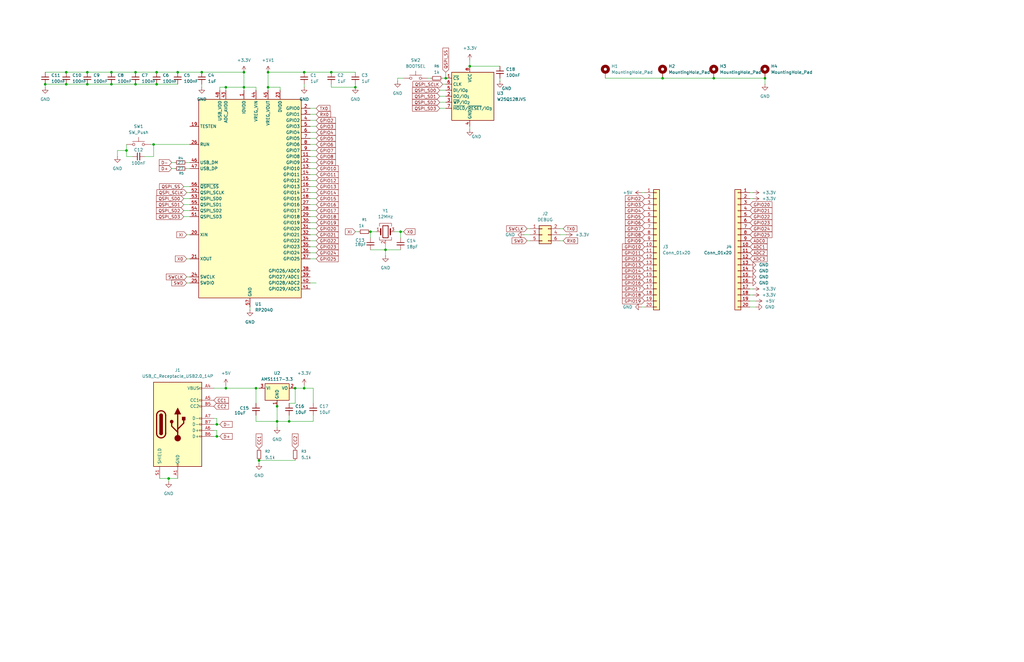
<source format=kicad_sch>
(kicad_sch (version 20250114) (generator "eeschema") (generator_version "9.0")
  (paper "USLedger")
  (junction (at 102.87 30.48))
  (junction (at 139.7 30.48))
  (junction (at 19.05 35.56))
  (junction (at 36.83 30.48))
  (junction (at 124.46 163.83))
  (junction (at 57.15 30.48))
  (junction (at 36.83 35.56))
  (junction (at 121.92 177.8))
  (junction (at 64.77 60.96))
  (junction (at 109.22 194.31))
  (junction (at 66.04 30.48))
  (junction (at 71.12 201.93))
  (junction (at 53.34 63.5))
  (junction (at 116.84 171.45))
  (junction (at 107.95 163.83))
  (junction (at 85.09 30.48))
  (junction (at 27.94 30.48))
  (junction (at 102.87 36.83))
  (junction (at 91.44 184.15))
  (junction (at 162.56 105.41))
  (junction (at 116.84 177.8))
  (junction (at 66.04 35.56))
  (junction (at 168.91 97.79))
  (junction (at 322.58 33.02))
  (junction (at 113.03 36.83))
  (junction (at 91.44 179.07))
  (junction (at 198.12 27.94))
  (junction (at 187.96 33.02))
  (junction (at 74.93 30.48))
  (junction (at 46.99 35.56))
  (junction (at 27.94 35.56))
  (junction (at 57.15 35.56))
  (junction (at 279.4 33.02))
  (junction (at 128.27 30.48))
  (junction (at 149.86 36.83))
  (junction (at 46.99 30.48))
  (junction (at 113.03 30.48))
  (junction (at 156.21 97.79))
  (junction (at 95.25 36.83))
  (junction (at 300.99 33.02))
  (junction (at 128.27 163.83))
  (junction (at 95.25 163.83))
  (wire (pts (xy 139.7 35.56) (xy 139.7 36.83)))
  (wire (pts (xy 130.81 104.14) (xy 133.35 104.14)))
  (wire (pts (xy 130.81 60.96) (xy 133.35 60.96)))
  (wire (pts (xy 78.74 81.28) (xy 80.01 81.28)))
  (wire (pts (xy 128.27 162.56) (xy 128.27 163.83)))
  (wire (pts (xy 113.03 36.83) (xy 118.11 36.83)))
  (wire (pts (xy 316.23 83.82) (xy 317.5 83.82)))
  (wire (pts (xy 102.87 36.83) (xy 107.95 36.83)))
  (wire (pts (xy 90.17 181.61) (xy 91.44 181.61)))
  (wire (pts (xy 130.81 99.06) (xy 133.35 99.06)))
  (wire (pts (xy 130.81 119.38) (xy 133.35 119.38)))
  (wire (pts (xy 185.42 38.1) (xy 187.96 38.1)))
  (wire (pts (xy 90.17 176.53) (xy 91.44 176.53)))
  (wire (pts (xy 170.18 33.02) (xy 167.64 33.02)))
  (wire (pts (xy 130.81 50.8) (xy 133.35 50.8)))
  (wire (pts (xy 222.25 96.52) (xy 223.52 96.52)))
  (wire (pts (xy 186.69 33.02) (xy 187.96 33.02)))
  (wire (pts (xy 95.25 36.83) (xy 92.71 36.83)))
  (wire (pts (xy 109.22 194.31) (xy 109.22 195.58)))
  (wire (pts (xy 130.81 93.98) (xy 133.35 93.98)))
  (wire (pts (xy 130.81 55.88) (xy 133.35 55.88)))
  (wire (pts (xy 77.47 78.74) (xy 80.01 78.74)))
  (wire (pts (xy 128.27 35.56) (xy 128.27 36.83)))
  (wire (pts (xy 78.74 109.22) (xy 80.01 109.22)))
  (wire (pts (xy 187.96 30.48) (xy 187.96 33.02)))
  (wire (pts (xy 113.03 30.48) (xy 113.03 36.83)))
  (wire (pts (xy 236.22 101.6) (xy 237.49 101.6)))
  (wire (pts (xy 185.42 43.18) (xy 187.96 43.18)))
  (wire (pts (xy 77.47 88.9) (xy 80.01 88.9)))
  (wire (pts (xy 107.95 177.8) (xy 116.84 177.8)))
  (wire (pts (xy 279.4 33.02) (xy 300.99 33.02)))
  (wire (pts (xy 85.09 30.48) (xy 102.87 30.48)))
  (wire (pts (xy 67.31 201.93) (xy 71.12 201.93)))
  (wire (pts (xy 156.21 97.79) (xy 158.75 97.79)))
  (wire (pts (xy 162.56 105.41) (xy 168.91 105.41)))
  (wire (pts (xy 130.81 48.26) (xy 133.35 48.26)))
  (wire (pts (xy 316.23 124.46) (xy 317.5 124.46)))
  (wire (pts (xy 113.03 38.1) (xy 113.03 36.83)))
  (wire (pts (xy 156.21 105.41) (xy 162.56 105.41)))
  (wire (pts (xy 316.23 121.92) (xy 317.5 121.92)))
  (wire (pts (xy 95.25 162.56) (xy 95.25 163.83)))
  (wire (pts (xy 130.81 66.04) (xy 133.35 66.04)))
  (wire (pts (xy 57.15 35.56) (xy 66.04 35.56)))
  (wire (pts (xy 121.92 170.18) (xy 124.46 170.18)))
  (wire (pts (xy 128.27 30.48) (xy 139.7 30.48)))
  (wire (pts (xy 186.69 35.56) (xy 187.96 35.56)))
  (wire (pts (xy 130.81 76.2) (xy 133.35 76.2)))
  (wire (pts (xy 27.94 35.56) (xy 36.83 35.56)))
  (wire (pts (xy 77.47 86.36) (xy 80.01 86.36)))
  (wire (pts (xy 270.51 129.54) (xy 271.78 129.54)))
  (wire (pts (xy 168.91 97.79) (xy 170.18 97.79)))
  (wire (pts (xy 113.03 30.48) (xy 128.27 30.48)))
  (wire (pts (xy 130.81 101.6) (xy 133.35 101.6)))
  (wire (pts (xy 222.25 101.6) (xy 223.52 101.6)))
  (wire (pts (xy 130.81 73.66) (xy 133.35 73.66)))
  (wire (pts (xy 57.15 30.48) (xy 66.04 30.48)))
  (wire (pts (xy 270.51 81.28) (xy 271.78 81.28)))
  (wire (pts (xy 102.87 36.83) (xy 95.25 36.83)))
  (wire (pts (xy 49.53 63.5) (xy 53.34 63.5)))
  (wire (pts (xy 90.17 163.83) (xy 95.25 163.83)))
  (wire (pts (xy 91.44 184.15) (xy 92.71 184.15)))
  (wire (pts (xy 95.25 163.83) (xy 107.95 163.83)))
  (wire (pts (xy 149.86 35.56) (xy 149.86 36.83)))
  (wire (pts (xy 77.47 83.82) (xy 80.01 83.82)))
  (wire (pts (xy 53.34 60.96) (xy 53.34 63.5)))
  (wire (pts (xy 46.99 30.48) (xy 57.15 30.48)))
  (wire (pts (xy 71.12 201.93) (xy 71.12 203.2)))
  (wire (pts (xy 139.7 36.83) (xy 149.86 36.83)))
  (wire (pts (xy 74.93 30.48) (xy 85.09 30.48)))
  (wire (pts (xy 132.08 170.18) (xy 132.08 163.83)))
  (wire (pts (xy 130.81 109.22) (xy 133.35 109.22)))
  (wire (pts (xy 130.81 71.12) (xy 133.35 71.12)))
  (wire (pts (xy 19.05 30.48) (xy 27.94 30.48)))
  (wire (pts (xy 168.91 97.79) (xy 168.91 100.33)))
  (wire (pts (xy 102.87 38.1) (xy 102.87 36.83)))
  (wire (pts (xy 121.92 175.26) (xy 121.92 177.8)))
  (wire (pts (xy 85.09 35.56) (xy 85.09 36.83)))
  (wire (pts (xy 130.81 96.52) (xy 133.35 96.52)))
  (wire (pts (xy 130.81 45.72) (xy 133.35 45.72)))
  (wire (pts (xy 128.27 163.83) (xy 132.08 163.83)))
  (wire (pts (xy 91.44 181.61) (xy 91.44 184.15)))
  (wire (pts (xy 220.98 99.06) (xy 223.52 99.06)))
  (wire (pts (xy 105.41 129.54) (xy 105.41 130.81)))
  (wire (pts (xy 316.23 127) (xy 318.77 127)))
  (wire (pts (xy 130.81 88.9) (xy 133.35 88.9)))
  (wire (pts (xy 78.74 119.38) (xy 80.01 119.38)))
  (wire (pts (xy 130.81 58.42) (xy 133.35 58.42)))
  (wire (pts (xy 92.71 36.83) (xy 92.71 38.1)))
  (wire (pts (xy 236.22 99.06) (xy 238.76 99.06)))
  (wire (pts (xy 19.05 35.56) (xy 19.05 36.83)))
  (wire (pts (xy 255.27 33.02) (xy 279.4 33.02)))
  (wire (pts (xy 63.5 60.96) (xy 64.77 60.96)))
  (wire (pts (xy 116.84 171.45) (xy 116.84 177.8)))
  (wire (pts (xy 198.12 25.4) (xy 198.12 27.94)))
  (wire (pts (xy 90.17 179.07) (xy 91.44 179.07)))
  (wire (pts (xy 60.96 66.04) (xy 64.77 66.04)))
  (wire (pts (xy 124.46 163.83) (xy 124.46 170.18)))
  (wire (pts (xy 107.95 38.1) (xy 107.95 36.83)))
  (wire (pts (xy 78.74 116.84) (xy 80.01 116.84)))
  (wire (pts (xy 66.04 35.56) (xy 74.93 35.56)))
  (wire (pts (xy 66.04 30.48) (xy 74.93 30.48)))
  (wire (pts (xy 185.42 40.64) (xy 187.96 40.64)))
  (wire (pts (xy 130.81 78.74) (xy 133.35 78.74)))
  (wire (pts (xy 198.12 27.94) (xy 210.82 27.94)))
  (wire (pts (xy 130.81 63.5) (xy 133.35 63.5)))
  (wire (pts (xy 149.86 97.79) (xy 151.13 97.79)))
  (wire (pts (xy 64.77 60.96) (xy 80.01 60.96)))
  (wire (pts (xy 78.74 99.06) (xy 80.01 99.06)))
  (wire (pts (xy 162.56 105.41) (xy 162.56 107.95)))
  (wire (pts (xy 78.74 71.12) (xy 80.01 71.12)))
  (wire (pts (xy 27.94 30.48) (xy 36.83 30.48)))
  (wire (pts (xy 130.81 53.34) (xy 133.35 53.34)))
  (wire (pts (xy 130.81 86.36) (xy 133.35 86.36)))
  (wire (pts (xy 116.84 168.91) (xy 116.84 171.45)))
  (wire (pts (xy 121.92 177.8) (xy 132.08 177.8)))
  (wire (pts (xy 71.12 201.93) (xy 74.93 201.93)))
  (wire (pts (xy 72.39 71.12) (xy 73.66 71.12)))
  (wire (pts (xy 124.46 163.83) (xy 128.27 163.83)))
  (wire (pts (xy 166.37 97.79) (xy 168.91 97.79)))
  (wire (pts (xy 116.84 177.8) (xy 121.92 177.8)))
  (wire (pts (xy 36.83 30.48) (xy 46.99 30.48)))
  (wire (pts (xy 78.74 68.58) (xy 80.01 68.58)))
  (wire (pts (xy 55.88 66.04) (xy 53.34 66.04)))
  (wire (pts (xy 53.34 63.5) (xy 53.34 66.04)))
  (wire (pts (xy 118.11 36.83) (xy 118.11 38.1)))
  (wire (pts (xy 316.23 129.54) (xy 318.77 129.54)))
  (wire (pts (xy 102.87 30.48) (xy 102.87 36.83)))
  (wire (pts (xy 198.12 53.34) (xy 198.12 54.61)))
  (wire (pts (xy 132.08 175.26) (xy 132.08 177.8)))
  (wire (pts (xy 36.83 35.56) (xy 46.99 35.56)))
  (wire (pts (xy 185.42 45.72) (xy 187.96 45.72)))
  (wire (pts (xy 167.64 33.02) (xy 167.64 34.29)))
  (wire (pts (xy 107.95 163.83) (xy 107.95 170.18)))
  (wire (pts (xy 46.99 35.56) (xy 57.15 35.56)))
  (wire (pts (xy 116.84 177.8) (xy 116.84 180.34)))
  (wire (pts (xy 130.81 81.28) (xy 133.35 81.28)))
  (wire (pts (xy 139.7 30.48) (xy 149.86 30.48)))
  (wire (pts (xy 107.95 163.83) (xy 109.22 163.83)))
  (wire (pts (xy 77.47 91.44) (xy 80.01 91.44)))
  (wire (pts (xy 316.23 81.28) (xy 317.5 81.28)))
  (wire (pts (xy 109.22 194.31) (xy 124.46 194.31)))
  (wire (pts (xy 300.99 33.02) (xy 322.58 33.02)))
  (wire (pts (xy 72.39 68.58) (xy 73.66 68.58)))
  (wire (pts (xy 236.22 96.52) (xy 237.49 96.52)))
  (wire (pts (xy 107.95 175.26) (xy 107.95 177.8)))
  (wire (pts (xy 91.44 179.07) (xy 92.71 179.07)))
  (wire (pts (xy 95.25 36.83) (xy 95.25 38.1)))
  (wire (pts (xy 162.56 102.87) (xy 162.56 105.41)))
  (wire (pts (xy 91.44 176.53) (xy 91.44 179.07)))
  (wire (pts (xy 130.81 106.68) (xy 133.35 106.68)))
  (wire (pts (xy 130.81 68.58) (xy 133.35 68.58)))
  (wire (pts (xy 49.53 66.04) (xy 49.53 63.5)))
  (wire (pts (xy 210.82 33.02) (xy 210.82 34.29)))
  (wire (pts (xy 322.58 33.02) (xy 322.58 35.56)))
  (wire (pts (xy 90.17 184.15) (xy 91.44 184.15)))
  (wire (pts (xy 130.81 83.82) (xy 133.35 83.82)))
  (wire (pts (xy 19.05 35.56) (xy 27.94 35.56)))
  (wire (pts (xy 156.21 97.79) (xy 156.21 100.33)))
  (wire (pts (xy 64.77 60.96) (xy 64.77 66.04)))
  (wire (pts (xy 130.81 91.44) (xy 133.35 91.44)))
  (wire (pts (xy 180.34 33.02) (xy 181.61 33.02)))
  (global_label "SWCLK" (shape input) (at 78.74 116.84 180) (property "Intersheetrefs" "${INTERSHEET_REFS}" (effects (hide yes))))
  (global_label "GPIO19" (shape input) (at 133.35 93.98 0) (property "Intersheetrefs" "${INTERSHEET_REFS}" (effects (hide yes))))
  (global_label "GPIO15" (shape input) (at 133.35 83.82 0) (property "Intersheetrefs" "${INTERSHEET_REFS}" (effects (hide yes))))
  (global_label "QSPI_SCLK" (shape input) (at 186.69 35.56 180) (property "Intersheetrefs" "${INTERSHEET_REFS}" (effects (hide yes))))
  (global_label "GPIO16" (shape input) (at 271.78 119.38 180) (property "Intersheetrefs" "${INTERSHEET_REFS}" (effects (hide yes))))
  (global_label "GPIO12" (shape input) (at 133.35 76.2 0) (property "Intersheetrefs" "${INTERSHEET_REFS}" (effects (hide yes))))
  (global_label "GPIO24" (shape input) (at 316.23 96.52 0) (property "Intersheetrefs" "${INTERSHEET_REFS}" (effects (hide yes))))
  (global_label "GPIO13" (shape input) (at 133.35 78.74 0) (property "Intersheetrefs" "${INTERSHEET_REFS}" (effects (hide yes))))
  (global_label "GPIO10" (shape input) (at 271.78 104.14 180) (property "Intersheetrefs" "${INTERSHEET_REFS}" (effects (hide yes))))
  (global_label "TX0" (shape input) (at 133.35 45.72 0) (property "Intersheetrefs" "${INTERSHEET_REFS}" (effects (hide yes))))
  (global_label "CC2" (shape input) (at 124.46 189.23 90) (property "Intersheetrefs" "${INTERSHEET_REFS}" (effects (hide yes))))
  (global_label "QSPI_SD1" (shape input) (at 185.42 40.64 180) (property "Intersheetrefs" "${INTERSHEET_REFS}" (effects (hide yes))))
  (global_label "ADC3" (shape input) (at 316.23 109.22 0) (property "Intersheetrefs" "${INTERSHEET_REFS}" (effects (hide yes))))
  (global_label "QSPI_SD3" (shape input) (at 77.47 91.44 180) (property "Intersheetrefs" "${INTERSHEET_REFS}" (effects (hide yes))))
  (global_label "GPIO2" (shape input) (at 271.78 83.82 180) (property "Intersheetrefs" "${INTERSHEET_REFS}" (effects (hide yes))))
  (global_label "GPIO19" (shape input) (at 271.78 127 180) (property "Intersheetrefs" "${INTERSHEET_REFS}" (effects (hide yes))))
  (global_label "GPIO3" (shape input) (at 271.78 86.36 180) (property "Intersheetrefs" "${INTERSHEET_REFS}" (effects (hide yes))))
  (global_label "GPIO6" (shape input) (at 133.35 60.96 0) (property "Intersheetrefs" "${INTERSHEET_REFS}" (effects (hide yes))))
  (global_label "GPIO4" (shape input) (at 133.35 55.88 0) (property "Intersheetrefs" "${INTERSHEET_REFS}" (effects (hide yes))))
  (global_label "GPIO17" (shape input) (at 133.35 88.9 0) (property "Intersheetrefs" "${INTERSHEET_REFS}" (effects (hide yes))))
  (global_label "QSPI_SS" (shape input) (at 77.47 78.74 180) (property "Intersheetrefs" "${INTERSHEET_REFS}" (effects (hide yes))))
  (global_label "GPIO18" (shape input) (at 271.78 124.46 180) (property "Intersheetrefs" "${INTERSHEET_REFS}" (effects (hide yes))))
  (global_label "GPIO6" (shape input) (at 271.78 93.98 180) (property "Intersheetrefs" "${INTERSHEET_REFS}" (effects (hide yes))))
  (global_label "QSPI_SD2" (shape input) (at 185.42 43.18 180) (property "Intersheetrefs" "${INTERSHEET_REFS}" (effects (hide yes))))
  (global_label "QSPI_SD1" (shape input) (at 77.47 86.36 180) (property "Intersheetrefs" "${INTERSHEET_REFS}" (effects (hide yes))))
  (global_label "GPIO9" (shape input) (at 271.78 101.6 180) (property "Intersheetrefs" "${INTERSHEET_REFS}" (effects (hide yes))))
  (global_label "GPIO12" (shape input) (at 271.78 109.22 180) (property "Intersheetrefs" "${INTERSHEET_REFS}" (effects (hide yes))))
  (global_label "GPIO24" (shape input) (at 133.35 106.68 0) (property "Intersheetrefs" "${INTERSHEET_REFS}" (effects (hide yes))))
  (global_label "GPIO2" (shape input) (at 133.35 50.8 0) (property "Intersheetrefs" "${INTERSHEET_REFS}" (effects (hide yes))))
  (global_label "GPIO21" (shape input) (at 133.35 99.06 0) (property "Intersheetrefs" "${INTERSHEET_REFS}" (effects (hide yes))))
  (global_label "GPIO3" (shape input) (at 133.35 53.34 0) (property "Intersheetrefs" "${INTERSHEET_REFS}" (effects (hide yes))))
  (global_label "SWD" (shape input) (at 78.74 119.38 180) (property "Intersheetrefs" "${INTERSHEET_REFS}" (effects (hide yes))))
  (global_label "GPIO10" (shape input) (at 133.35 71.12 0) (property "Intersheetrefs" "${INTERSHEET_REFS}" (effects (hide yes))))
  (global_label "QSPI_SD3" (shape input) (at 185.42 45.72 180) (property "Intersheetrefs" "${INTERSHEET_REFS}" (effects (hide yes))))
  (global_label "GPIO23" (shape input) (at 133.35 104.14 0) (property "Intersheetrefs" "${INTERSHEET_REFS}" (effects (hide yes))))
  (global_label "RX0" (shape input) (at 133.35 48.26 0) (property "Intersheetrefs" "${INTERSHEET_REFS}" (effects (hide yes))))
  (global_label "D+" (shape input) (at 72.39 71.12 180) (property "Intersheetrefs" "${INTERSHEET_REFS}" (effects (hide yes))))
  (global_label "GPIO20" (shape input) (at 133.35 96.52 0) (property "Intersheetrefs" "${INTERSHEET_REFS}" (effects (hide yes))))
  (global_label "XI" (shape input) (at 149.86 97.79 180) (property "Intersheetrefs" "${INTERSHEET_REFS}" (effects (hide yes))))
  (global_label "RX0" (shape input) (at 237.49 101.6 0) (property "Intersheetrefs" "${INTERSHEET_REFS}" (effects (hide yes))))
  (global_label "QSPI_SCLK" (shape input) (at 78.74 81.28 180) (property "Intersheetrefs" "${INTERSHEET_REFS}" (effects (hide yes))))
  (global_label "GPIO17" (shape input) (at 271.78 121.92 180) (property "Intersheetrefs" "${INTERSHEET_REFS}" (effects (hide yes))))
  (global_label "GPIO18" (shape input) (at 133.35 91.44 0) (property "Intersheetrefs" "${INTERSHEET_REFS}" (effects (hide yes))))
  (global_label "X0" (shape input) (at 78.74 109.22 180) (property "Intersheetrefs" "${INTERSHEET_REFS}" (effects (hide yes))))
  (global_label "ADC0" (shape input) (at 316.23 101.6 0) (property "Intersheetrefs" "${INTERSHEET_REFS}" (effects (hide yes))))
  (global_label "CC1" (shape input) (at 109.22 189.23 90) (property "Intersheetrefs" "${INTERSHEET_REFS}" (effects (hide yes))))
  (global_label "GPIO25" (shape input) (at 316.23 99.06 0) (property "Intersheetrefs" "${INTERSHEET_REFS}" (effects (hide yes))))
  (global_label "GPIO7" (shape input) (at 133.35 63.5 0) (property "Intersheetrefs" "${INTERSHEET_REFS}" (effects (hide yes))))
  (global_label "GPIO15" (shape input) (at 271.78 116.84 180) (property "Intersheetrefs" "${INTERSHEET_REFS}" (effects (hide yes))))
  (global_label "QSPI_SS" (shape input) (at 187.96 30.48 90) (property "Intersheetrefs" "${INTERSHEET_REFS}" (effects (hide yes))))
  (global_label "GPIO14" (shape input) (at 271.78 114.3 180) (property "Intersheetrefs" "${INTERSHEET_REFS}" (effects (hide yes))))
  (global_label "GPIO4" (shape input) (at 271.78 88.9 180) (property "Intersheetrefs" "${INTERSHEET_REFS}" (effects (hide yes))))
  (global_label "D+" (shape input) (at 92.71 184.15 0) (property "Intersheetrefs" "${INTERSHEET_REFS}" (effects (hide yes))))
  (global_label "D-" (shape input) (at 72.39 68.58 180) (property "Intersheetrefs" "${INTERSHEET_REFS}" (effects (hide yes))))
  (global_label "GPIO7" (shape input) (at 271.78 96.52 180) (property "Intersheetrefs" "${INTERSHEET_REFS}" (effects (hide yes))))
  (global_label "ADC2" (shape input) (at 316.23 106.68 0) (property "Intersheetrefs" "${INTERSHEET_REFS}" (effects (hide yes))))
  (global_label "CC2" (shape input) (at 90.17 171.45 0) (property "Intersheetrefs" "${INTERSHEET_REFS}" (effects (hide yes))))
  (global_label "SWCLK" (shape input) (at 222.25 96.52 180) (property "Intersheetrefs" "${INTERSHEET_REFS}" (effects (hide yes))))
  (global_label "QSPI_SD2" (shape input) (at 77.47 88.9 180) (property "Intersheetrefs" "${INTERSHEET_REFS}" (effects (hide yes))))
  (global_label "X0" (shape input) (at 170.18 97.79 0) (property "Intersheetrefs" "${INTERSHEET_REFS}" (effects (hide yes))))
  (global_label "GPIO11" (shape input) (at 133.35 73.66 0) (property "Intersheetrefs" "${INTERSHEET_REFS}" (effects (hide yes))))
  (global_label "GPIO21" (shape input) (at 316.23 88.9 0) (property "Intersheetrefs" "${INTERSHEET_REFS}" (effects (hide yes))))
  (global_label "XI" (shape input) (at 78.74 99.06 180) (property "Intersheetrefs" "${INTERSHEET_REFS}" (effects (hide yes))))
  (global_label "GPIO25" (shape input) (at 133.35 109.22 0) (property "Intersheetrefs" "${INTERSHEET_REFS}" (effects (hide yes))))
  (global_label "GPIO22" (shape input) (at 316.23 91.44 0) (property "Intersheetrefs" "${INTERSHEET_REFS}" (effects (hide yes))))
  (global_label "GPIO9" (shape input) (at 133.35 68.58 0) (property "Intersheetrefs" "${INTERSHEET_REFS}" (effects (hide yes))))
  (global_label "GPIO11" (shape input) (at 271.78 106.68 180) (property "Intersheetrefs" "${INTERSHEET_REFS}" (effects (hide yes))))
  (global_label "GPIO23" (shape input) (at 316.23 93.98 0) (property "Intersheetrefs" "${INTERSHEET_REFS}" (effects (hide yes))))
  (global_label "GPIO5" (shape input) (at 271.78 91.44 180) (property "Intersheetrefs" "${INTERSHEET_REFS}" (effects (hide yes))))
  (global_label "GPIO22" (shape input) (at 133.35 101.6 0) (property "Intersheetrefs" "${INTERSHEET_REFS}" (effects (hide yes))))
  (global_label "GPIO8" (shape input) (at 271.78 99.06 180) (property "Intersheetrefs" "${INTERSHEET_REFS}" (effects (hide yes))))
  (global_label "D-" (shape input) (at 92.71 179.07 0) (property "Intersheetrefs" "${INTERSHEET_REFS}" (effects (hide yes))))
  (global_label "SWD" (shape input) (at 222.25 101.6 180) (property "Intersheetrefs" "${INTERSHEET_REFS}" (effects (hide yes))))
  (global_label "TX0" (shape input) (at 237.49 96.52 0) (property "Intersheetrefs" "${INTERSHEET_REFS}" (effects (hide yes))))
  (global_label "GPIO5" (shape input) (at 133.35 58.42 0) (property "Intersheetrefs" "${INTERSHEET_REFS}" (effects (hide yes))))
  (global_label "GPIO13" (shape input) (at 271.78 111.76 180) (property "Intersheetrefs" "${INTERSHEET_REFS}" (effects (hide yes))))
  (global_label "QSPI_SD0" (shape input) (at 185.42 38.1 180) (property "Intersheetrefs" "${INTERSHEET_REFS}" (effects (hide yes))))
  (global_label "GPIO20" (shape input) (at 316.23 86.36 0) (property "Intersheetrefs" "${INTERSHEET_REFS}" (effects (hide yes))))
  (global_label "QSPI_SD0" (shape input) (at 77.47 83.82 180) (property "Intersheetrefs" "${INTERSHEET_REFS}" (effects (hide yes))))
  (global_label "GPIO16" (shape input) (at 133.35 86.36 0) (property "Intersheetrefs" "${INTERSHEET_REFS}" (effects (hide yes))))
  (global_label "GPIO14" (shape input) (at 133.35 81.28 0) (property "Intersheetrefs" "${INTERSHEET_REFS}" (effects (hide yes))))
  (global_label "GPIO8" (shape input) (at 133.35 66.04 0) (property "Intersheetrefs" "${INTERSHEET_REFS}" (effects (hide yes))))
  (global_label "CC1" (shape input) (at 90.17 168.91 0) (property "Intersheetrefs" "${INTERSHEET_REFS}" (effects (hide yes))))
  (global_label "ADC1" (shape input) (at 316.23 104.14 0) (property "Intersheetrefs" "${INTERSHEET_REFS}" (effects (hide yes))))
  (symbol (lib_id "power:GND") (at 149.86 36.83 0) (unit 1)
    (property "Reference" "#PWR03" (effects (hide yes)))
    (property "Value" "GND" (at 149.86 41.91 0))
    (property "Description" "Power symbol creates a global label with name \"GND\" , ground" (effects (hide yes)))
  )
  (symbol (lib_id "power:GND") (at 270.51 129.54 270) (unit 1)
    (property "Reference" "#PWR026" (effects (hide yes)))
    (property "Value" "GND" (at 266.7 129.5399 90) (effects (justify right)))
    (property "Description" "Power symbol creates a global label with name \"GND\" , ground" (effects (hide yes)))
  )
  (symbol (lib_id "power:GND") (at 49.53 66.04 0) (unit 1)
    (property "Reference" "#PWR07" (effects (hide yes)))
    (property "Value" "GND" (at 49.53 71.12 0))
    (property "Description" "Power symbol creates a global label with name \"GND\" , ground" (effects (hide yes)))
  )
  (symbol (lib_id "power:+3.3V") (at 317.5 81.28 270) (unit 1)
    (property "Reference" "#PWR023" (effects (hide yes)))
    (property "Value" "+3.3V" (at 321.31 81.2799 90) (effects (justify left)))
    (property "Description" "Power symbol creates a global label with name \"+3.3V\"" (effects (hide yes)))
  )
  (symbol (lib_id "power:+3.3V") (at 128.27 162.56 0) (unit 1)
    (property "Reference" "#PWR012" (effects (hide yes)))
    (property "Value" "+3.3V" (at 128.27 157.48 0))
    (property "Description" "Power symbol creates a global label with name \"+3.3V\"" (effects (hide yes)))
  )
  (symbol (lib_id "power:GND") (at 210.82 34.29 0) (unit 1)
    (property "Reference" "#PWR016" (effects (hide yes)))
    (property "Value" "GND" (at 213.614 37.338 0))
    (property "Description" "Power symbol creates a global label with name \"GND\" , ground" (effects (hide yes)))
  )
  (symbol (lib_id "Connector:USB_C_Receptacle_USB2.0_14P") (at 74.93 179.07 0) (unit 1)
    (property "Reference" "J1" (at 74.93 156.21 0))
    (property "Value" "USB_C_Receptacle_USB2.0_14P" (at 74.93 158.75 0))
    (property "Footprint" "Connector_USB:USB_C_Receptacle_HRO_TYPE-C-31-M-12" (effects (hide yes)))
    (property "Datasheet" "https://www.usb.org/sites/default/files/documents/usb_type-c.zip" (effects (hide yes)))
    (property "Description" "USB 2.0-only 14P Type-C Receptacle connector" (effects (hide yes)))
  )
  (symbol (lib_id "power:+3.3V") (at 198.12 25.4 0) (unit 1)
    (property "Reference" "#PWR015" (effects (hide yes)))
    (property "Value" "+3.3V" (at 198.12 20.32 0))
    (property "Description" "Power symbol creates a global label with name \"+3.3V\"" (effects (hide yes)))
  )
  (symbol (lib_id "Device:C_Small") (at 46.99 33.02 0) (unit 1)
    (property "Reference" "C8" (at 49.53 31.7562 0) (effects (justify left)))
    (property "Value" "100nF" (at 49.53 34.2962 0) (effects (justify left)))
    (property "Footprint" "Capacitor_SMD:C_0805_2012Metric_Pad1.18x1.45mm_HandSolder" (effects (hide yes)))
    (property "Description" "Unpolarized capacitor, small symbol" (effects (hide yes)))
  )
  (symbol (lib_id "power:GND") (at 316.23 119.38 90) (unit 1)
    (property "Reference" "#PWR029" (effects (hide yes)))
    (property "Value" "GND" (at 320.04 119.3799 90) (effects (justify right)))
    (property "Description" "Power symbol creates a global label with name \"GND\" , ground" (effects (hide yes)))
  )
  (symbol (lib_id "Device:C_Small") (at 57.15 33.02 0) (unit 1)
    (property "Reference" "C7" (at 59.69 31.7562 0) (effects (justify left)))
    (property "Value" "100nF" (at 59.69 34.2962 0) (effects (justify left)))
    (property "Footprint" "Capacitor_SMD:C_0805_2012Metric_Pad1.18x1.45mm_HandSolder" (effects (hide yes)))
    (property "Description" "Unpolarized capacitor, small symbol" (effects (hide yes)))
  )
  (symbol (lib_id "power:GND") (at 318.77 129.54 90) (unit 1)
    (property "Reference" "#PWR025" (effects (hide yes)))
    (property "Value" "GND" (at 322.58 129.5399 90) (effects (justify right)))
    (property "Description" "Power symbol creates a global label with name \"GND\" , ground" (effects (hide yes)))
  )
  (symbol (lib_id "Regulator_Linear:AMS1117-3.3") (at 116.84 163.83 0) (unit 1)
    (property "Reference" "U2" (at 116.84 157.48 0))
    (property "Value" "AMS1117-3.3" (at 116.84 160.02 0))
    (property "Footprint" "Package_TO_SOT_SMD:SOT-223-3_TabPin2" (effects (hide yes)))
    (property "Datasheet" "http://www.advanced-monolithic.com/pdf/ds1117.pdf" (effects (hide yes)))
    (property "Description" "1A Low Dropout regulator, positive, 3.3V fixed output, SOT-223" (effects (hide yes)))
  )
  (symbol (lib_id "Switch:SW_Push") (at 175.26 33.02 0) (unit 1)
    (property "Reference" "SW2" (at 175.26 25.4 0))
    (property "Value" "BOOTSEL" (at 175.26 27.94 0))
    (property "Footprint" "Button_Switch_SMD:SW_Push_SPST_NO_Alps_SKRK" (effects (hide yes)))
    (property "Description" "Push button switch, generic, two pins" (effects (hide yes)))
  )
  (symbol (lib_id "Connector_Generic:Conn_01x20") (at 311.15 104.14 0) (mirror y) (unit 1)
    (property "Reference" "J4" (at 308.61 104.1399 0) (effects (justify left)))
    (property "Value" "Conn_01x20" (at 308.61 106.6799 0) (effects (justify left)))
    (property "Footprint" "Connector_PinHeader_2.54mm:PinHeader_1x20_P2.54mm_Vertical" (effects (hide yes)))
    (property "Description" "Generic connector, single row, 01x20, script generated (kicad-library-utils/schlib/autogen/connector/)" (effects (hide yes)))
  )
  (symbol (lib_id "power:GND") (at 316.23 111.76 90) (unit 1)
    (property "Reference" "#PWR019" (effects (hide yes)))
    (property "Value" "GND" (at 320.04 111.7599 90) (effects (justify right)))
    (property "Description" "Power symbol creates a global label with name \"GND\" , ground" (effects (hide yes)))
  )
  (symbol (lib_id "power:GND") (at 109.22 195.58 0) (unit 1)
    (property "Reference" "#PWR013" (effects (hide yes)))
    (property "Value" "GND" (at 109.22 200.66 0))
    (property "Description" "Power symbol creates a global label with name \"GND\" , ground" (effects (hide yes)))
  )
  (symbol (lib_id "power:GND") (at 322.58 35.56 0) (unit 1)
    (property "Reference" "#PWR033" (effects (hide yes)))
    (property "Value" "GND" (at 322.58 40.64 0))
    (property "Description" "Power symbol creates a global label with name \"GND\" , ground" (effects (hide yes)))
  )
  (symbol (lib_id "Device:R_Small") (at 153.67 97.79 90) (unit 1)
    (property "Reference" "R1" (at 153.67 92.71 90) (effects (font (size 1.016 1.016))))
    (property "Value" "1k" (at 152.4 95.25 90))
    (property "Footprint" "Resistor_SMD:R_0805_2012Metric_Pad1.20x1.40mm_HandSolder" (effects (hide yes)))
    (property "Description" "Resistor, small symbol" (effects (hide yes)))
  )
  (symbol (lib_id "Device:R_Small") (at 124.46 191.77 0) (unit 1)
    (property "Reference" "R3" (at 127 190.4999 0) (effects (font (size 1.016 1.016)) (justify left)))
    (property "Value" "5.1k" (at 127 193.0399 0) (effects (justify left)))
    (property "Footprint" "Resistor_SMD:R_0805_2012Metric_Pad1.20x1.40mm_HandSolder" (effects (hide yes)))
    (property "Description" "Resistor, small symbol" (effects (hide yes)))
  )
  (symbol (lib_id "Device:R_Small") (at 76.2 68.58 90) (unit 1)
    (property "Reference" "R4" (at 76.2 66.802 90) (effects (font (size 1.016 1.016))))
    (property "Value" "27" (at 76.2 68.58 90))
    (property "Footprint" "Resistor_SMD:R_0805_2012Metric_Pad1.20x1.40mm_HandSolder" (effects (hide yes)))
    (property "Description" "Resistor, small symbol" (effects (hide yes)))
  )
  (symbol (lib_id "Device:C_Small") (at 128.27 33.02 0) (unit 1)
    (property "Reference" "C1" (at 130.81 31.7562 0) (effects (justify left)))
    (property "Value" "1uF" (at 130.81 34.2962 0) (effects (justify left)))
    (property "Footprint" "Capacitor_SMD:C_0805_2012Metric_Pad1.18x1.45mm_HandSolder" (effects (hide yes)))
    (property "Description" "Unpolarized capacitor, small symbol" (effects (hide yes)))
  )
  (symbol (lib_id "Device:C_Small") (at 19.05 33.02 0) (unit 1)
    (property "Reference" "C11" (at 21.59 31.7562 0) (effects (justify left)))
    (property "Value" "100nF" (at 21.59 34.2962 0) (effects (justify left)))
    (property "Footprint" "Capacitor_SMD:C_0805_2012Metric_Pad1.18x1.45mm_HandSolder" (effects (hide yes)))
    (property "Description" "Unpolarized capacitor, small symbol" (effects (hide yes)))
  )
  (symbol (lib_id "Device:C_Small") (at 132.08 172.72 0) (unit 1)
    (property "Reference" "C17" (at 134.62 171.4562 0) (effects (justify left)))
    (property "Value" "10uF" (at 134.62 173.9962 0) (effects (justify left)))
    (property "Footprint" "Capacitor_SMD:C_0805_2012Metric_Pad1.18x1.45mm_HandSolder" (effects (hide yes)))
    (property "Description" "Unpolarized capacitor, small symbol" (effects (hide yes)))
  )
  (symbol (lib_id "Device:C_Small") (at 27.94 33.02 0) (unit 1)
    (property "Reference" "C10" (at 30.48 31.7562 0) (effects (justify left)))
    (property "Value" "100nF" (at 30.48 34.2962 0) (effects (justify left)))
    (property "Footprint" "Capacitor_SMD:C_0805_2012Metric_Pad1.18x1.45mm_HandSolder" (effects (hide yes)))
    (property "Description" "Unpolarized capacitor, small symbol" (effects (hide yes)))
  )
  (symbol (lib_id "Device:R_Small") (at 76.2 71.12 270) (unit 1)
    (property "Reference" "R5" (at 76.454 73.152 90) (effects (font (size 1.016 1.016))))
    (property "Value" "27" (at 76.2 71.12 90))
    (property "Footprint" "Resistor_SMD:R_0805_2012Metric_Pad1.20x1.40mm_HandSolder" (effects (hide yes)))
    (property "Description" "Resistor, small symbol" (effects (hide yes)))
  )
  (symbol (lib_id "power:GND") (at 116.84 180.34 0) (unit 1)
    (property "Reference" "#PWR011" (effects (hide yes)))
    (property "Value" "GND" (at 116.84 185.42 0))
    (property "Description" "Power symbol creates a global label with name \"GND\" , ground" (effects (hide yes)))
  )
  (symbol (lib_id "Device:R_Small") (at 184.15 33.02 90) (unit 1)
    (property "Reference" "R6" (at 184.15 27.94 90) (effects (font (size 1.016 1.016))))
    (property "Value" "1k" (at 184.15 30.48 90))
    (property "Footprint" "Resistor_SMD:R_0805_2012Metric_Pad1.20x1.40mm_HandSolder" (effects (hide yes)))
    (property "Description" "Resistor, small symbol" (effects (hide yes)))
  )
  (symbol (lib_id "power:+3.3V") (at 102.87 30.48 0) (unit 1)
    (property "Reference" "#PWR04" (effects (hide yes)))
    (property "Value" "+3.3V" (at 102.87 25.4 0))
    (property "Description" "Power symbol creates a global label with name \"+3.3V\"" (effects (hide yes)))
  )
  (symbol (lib_id "power:+5V") (at 270.51 81.28 90) (unit 1)
    (property "Reference" "#PWR022" (effects (hide yes)))
    (property "Value" "+5V" (at 266.7 81.2799 90) (effects (justify left)))
    (property "Description" "Power symbol creates a global label with name \"+5V\"" (effects (hide yes)))
  )
  (symbol (lib_id "Mechanical:MountingHole_Pad") (at 279.4 30.48 0) (unit 1) (in_bom no)
    (property "Reference" "H2" (at 281.94 27.9399 0) (effects (justify left)))
    (property "Value" "MountingHole_Pad" (at 281.94 30.4799 0) (effects (justify left)))
    (property "Footprint" "MountingHole:MountingHole_3.2mm_M3" (effects (hide yes)))
    (property "Description" "Mounting Hole with connection" (effects (hide yes)))
  )
  (symbol (lib_id "power:+3.3V") (at 317.5 121.92 270) (unit 1)
    (property "Reference" "#PWR030" (effects (hide yes)))
    (property "Value" "+3.3V" (at 321.31 121.9199 90) (effects (justify left)))
    (property "Description" "Power symbol creates a global label with name \"+3.3V\"" (effects (hide yes)))
  )
  (symbol (lib_id "Mechanical:MountingHole_Pad") (at 322.58 30.48 0) (unit 1) (in_bom no)
    (property "Reference" "H4" (at 325.12 27.9399 0) (effects (justify left)))
    (property "Value" "MountingHole_Pad" (at 325.12 30.4799 0) (effects (justify left)))
    (property "Footprint" "MountingHole:MountingHole_3.2mm_M3" (effects (hide yes)))
    (property "Description" "Mounting Hole with connection" (effects (hide yes)))
  )
  (symbol (lib_id "Device:C_Small") (at 156.21 102.87 0) (unit 1)
    (property "Reference" "C13" (at 149.86 101.346 0) (effects (justify left)))
    (property "Value" "18pF" (at 149.606 103.124 0) (effects (justify left)))
    (property "Footprint" "Capacitor_SMD:C_0805_2012Metric_Pad1.18x1.45mm_HandSolder" (effects (hide yes)))
    (property "Description" "Unpolarized capacitor, small symbol" (effects (hide yes)))
  )
  (symbol (lib_id "power:+3.3V") (at 317.5 83.82 270) (unit 1)
    (property "Reference" "#PWR024" (effects (hide yes)))
    (property "Value" "+3.3V" (at 321.31 83.8199 90) (effects (justify left)))
    (property "Description" "Power symbol creates a global label with name \"+3.3V\"" (effects (hide yes)))
  )
  (symbol (lib_id "Device:R_Small") (at 109.22 191.77 0) (unit 1)
    (property "Reference" "R2" (at 111.76 190.4999 0) (effects (font (size 1.016 1.016)) (justify left)))
    (property "Value" "5.1k" (at 111.76 193.0399 0) (effects (justify left)))
    (property "Footprint" "Resistor_SMD:R_0805_2012Metric_Pad1.20x1.40mm_HandSolder" (effects (hide yes)))
    (property "Description" "Resistor, small symbol" (effects (hide yes)))
  )
  (symbol (lib_id "Connector_Generic:Conn_01x20") (at 276.86 104.14 0) (unit 1)
    (property "Reference" "J3" (at 279.4 104.1399 0) (effects (justify left)))
    (property "Value" "Conn_01x20" (at 279.4 106.6799 0) (effects (justify left)))
    (property "Footprint" "Connector_PinHeader_2.54mm:PinHeader_1x20_P2.54mm_Vertical" (effects (hide yes)))
    (property "Description" "Generic connector, single row, 01x20, script generated (kicad-library-utils/schlib/autogen/connector/)" (effects (hide yes)))
  )
  (symbol (lib_id "Memory_Flash:W25Q128JVS") (at 198.12 40.64 0) (unit 1)
    (property "Reference" "U3" (at 209.55 39.3699 0) (effects (justify left)))
    (property "Value" "W25Q128JVS" (at 209.55 41.9099 0) (effects (justify left)))
    (property "Footprint" "Package_SO:SOIC-8_5.3x5.3mm_P1.27mm" (effects (hide yes)))
    (property "Datasheet" "https://www.winbond.com/resource-files/w25q128jv_dtr%20revc%2003272018%20plus.pdf" (effects (hide yes)))
    (property "Description" "128Mbit / 16MiB Serial Flash Memory, Standard/Dual/Quad SPI, 2.7-3.6V, SOIC-8" (effects (hide yes)))
  )
  (symbol (lib_id "power:GND") (at 71.12 203.2 0) (unit 1)
    (property "Reference" "#PWR014" (effects (hide yes)))
    (property "Value" "GND" (at 71.12 208.28 0))
    (property "Description" "Power symbol creates a global label with name \"GND\" , ground" (effects (hide yes)))
  )
  (symbol (lib_id "Device:C_Small") (at 121.92 172.72 0) (unit 1)
    (property "Reference" "C16" (at 124.46 171.4562 0) (effects (justify left)))
    (property "Value" "10uF" (at 124.46 173.9962 0) (effects (justify left)))
    (property "Footprint" "Capacitor_SMD:C_0805_2012Metric_Pad1.18x1.45mm_HandSolder" (effects (hide yes)))
    (property "Description" "Unpolarized capacitor, small symbol" (effects (hide yes)))
  )
  (symbol (lib_id "power:GND") (at 105.41 130.81 0) (unit 1)
    (property "Reference" "#PWR09" (effects (hide yes)))
    (property "Value" "GND" (at 105.41 135.89 0))
    (property "Description" "Power symbol creates a global label with name \"GND\" , ground" (effects (hide yes)))
  )
  (symbol (lib_id "power:+1V1") (at 113.03 30.48 0) (unit 1)
    (property "Reference" "#PWR01" (effects (hide yes)))
    (property "Value" "+1V1" (at 113.03 25.4 0))
    (property "Description" "Power symbol creates a global label with name \"+1V1\"" (effects (hide yes)))
  )
  (symbol (lib_id "Device:C_Small") (at 58.42 66.04 90) (unit 1)
    (property "Reference" "C12" (at 58.42 63.246 90))
    (property "Value" "100nF" (at 58.42 68.834 90))
    (property "Footprint" "Capacitor_SMD:C_0805_2012Metric_Pad1.18x1.45mm_HandSolder" (effects (hide yes)))
    (property "Description" "Unpolarized capacitor, small symbol" (effects (hide yes)))
  )
  (symbol (lib_id "power:GND") (at 316.23 114.3 90) (unit 1)
    (property "Reference" "#PWR027" (effects (hide yes)))
    (property "Value" "GND" (at 320.04 114.2999 90) (effects (justify right)))
    (property "Description" "Power symbol creates a global label with name \"GND\" , ground" (effects (hide yes)))
  )
  (symbol (lib_id "Device:C_Small") (at 210.82 30.48 0) (unit 1)
    (property "Reference" "C18" (at 213.36 29.2162 0) (effects (justify left)))
    (property "Value" "100nF" (at 213.36 31.7562 0) (effects (justify left)))
    (property "Footprint" "Capacitor_SMD:C_0805_2012Metric_Pad1.18x1.45mm_HandSolder" (effects (hide yes)))
    (property "Description" "Unpolarized capacitor, small symbol" (effects (hide yes)))
  )
  (symbol (lib_id "Connector_Generic:Conn_02x03_Odd_Even") (at 228.6 99.06 0) (unit 1)
    (property "Reference" "J2" (at 229.87 90.17 0))
    (property "Value" "DEBUG" (at 229.87 92.71 0))
    (property "Footprint" "Connector_PinHeader_2.54mm:PinHeader_2x03_P2.54mm_Vertical" (effects (hide yes)))
    (property "Description" "Generic connector, double row, 02x03, odd/even pin numbering scheme (row 1 odd numbers, row 2 even numbers), script generated (kicad-library-utils/schlib/autogen/connector/)" (effects (hide yes)))
  )
  (symbol (lib_id "Switch:SW_Push") (at 58.42 60.96 0) (unit 1)
    (property "Reference" "SW1" (at 58.42 53.34 0))
    (property "Value" "SW_Push" (at 58.42 55.88 0))
    (property "Footprint" "Button_Switch_SMD:SW_Push_SPST_NO_Alps_SKRK" (effects (hide yes)))
    (property "Description" "Push button switch, generic, two pins" (effects (hide yes)))
  )
  (symbol (lib_id "power:GND") (at 316.23 116.84 90) (unit 1)
    (property "Reference" "#PWR028" (effects (hide yes)))
    (property "Value" "GND" (at 320.04 116.8399 90) (effects (justify right)))
    (property "Description" "Power symbol creates a global label with name \"GND\" , ground" (effects (hide yes)))
  )
  (symbol (lib_id "power:GND") (at 85.09 36.83 0) (unit 1)
    (property "Reference" "#PWR05" (effects (hide yes)))
    (property "Value" "GND" (at 85.09 41.91 0))
    (property "Description" "Power symbol creates a global label with name \"GND\" , ground" (effects (hide yes)))
  )
  (symbol (lib_id "power:+5V") (at 95.25 162.56 0) (unit 1)
    (property "Reference" "#PWR010" (effects (hide yes)))
    (property "Value" "+5V" (at 95.25 157.48 0))
    (property "Description" "Power symbol creates a global label with name \"+5V\"" (effects (hide yes)))
  )
  (symbol (lib_id "Device:C_Small") (at 66.04 33.02 0) (unit 1)
    (property "Reference" "C6" (at 68.58 31.7562 0) (effects (justify left)))
    (property "Value" "100nF" (at 68.58 34.2962 0) (effects (justify left)))
    (property "Footprint" "Capacitor_SMD:C_0805_2012Metric_Pad1.18x1.45mm_HandSolder" (effects (hide yes)))
    (property "Description" "Unpolarized capacitor, small symbol" (effects (hide yes)))
  )
  (symbol (lib_id "power:+3.3V") (at 238.76 99.06 270) (unit 1)
    (property "Reference" "#PWR021" (effects (hide yes)))
    (property "Value" "+3.3V" (at 242.57 99.0599 90) (effects (justify left)))
    (property "Description" "Power symbol creates a global label with name \"+3.3V\"" (effects (hide yes)))
  )
  (symbol (lib_id "Device:C_Small") (at 168.91 102.87 0) (unit 1)
    (property "Reference" "C14" (at 171.45 101.6062 0) (effects (justify left)))
    (property "Value" "18pF" (at 171.45 104.1462 0) (effects (justify left)))
    (property "Footprint" "Capacitor_SMD:C_0805_2012Metric_Pad1.18x1.45mm_HandSolder" (effects (hide yes)))
    (property "Description" "Unpolarized capacitor, small symbol" (effects (hide yes)))
  )
  (symbol (lib_id "Device:C_Small") (at 85.09 33.02 0) (unit 1)
    (property "Reference" "C4" (at 87.63 31.7562 0) (effects (justify left)))
    (property "Value" "1uF" (at 87.63 34.2962 0) (effects (justify left)))
    (property "Footprint" "Capacitor_SMD:C_0805_2012Metric_Pad1.18x1.45mm_HandSolder" (effects (hide yes)))
    (property "Description" "Unpolarized capacitor, small symbol" (effects (hide yes)))
  )
  (symbol (lib_id "power:+5V") (at 318.77 127 270) (unit 1)
    (property "Reference" "#PWR032" (effects (hide yes)))
    (property "Value" "+5V" (at 322.58 126.9999 90) (effects (justify left)))
    (property "Description" "Power symbol creates a global label with name \"+5V\"" (effects (hide yes)))
  )
  (symbol (lib_id "Mechanical:MountingHole_Pad") (at 300.99 30.48 0) (unit 1) (in_bom no)
    (property "Reference" "H3" (at 303.53 27.9399 0) (effects (justify left)))
    (property "Value" "MountingHole_Pad" (at 303.53 30.4799 0) (effects (justify left)))
    (property "Footprint" "MountingHole:MountingHole_3.2mm_M3" (effects (hide yes)))
    (property "Description" "Mounting Hole with connection" (effects (hide yes)))
  )
  (symbol (lib_id "power:+3.3V") (at 317.5 124.46 270) (unit 1)
    (property "Reference" "#PWR031" (effects (hide yes)))
    (property "Value" "+3.3V" (at 321.31 124.4599 90) (effects (justify left)))
    (property "Description" "Power symbol creates a global label with name \"+3.3V\"" (effects (hide yes)))
  )
  (symbol (lib_id "power:GND") (at 128.27 36.83 0) (unit 1)
    (property "Reference" "#PWR02" (effects (hide yes)))
    (property "Value" "GND" (at 128.27 41.91 0))
    (property "Description" "Power symbol creates a global label with name \"GND\" , ground" (effects (hide yes)))
  )
  (symbol (lib_id "Device:C_Small") (at 36.83 33.02 0) (unit 1)
    (property "Reference" "C9" (at 39.37 31.7562 0) (effects (justify left)))
    (property "Value" "100nF" (at 39.37 34.2962 0) (effects (justify left)))
    (property "Footprint" "Capacitor_SMD:C_0805_2012Metric_Pad1.18x1.45mm_HandSolder" (effects (hide yes)))
    (property "Description" "Unpolarized capacitor, small symbol" (effects (hide yes)))
  )
  (symbol (lib_id "power:GND") (at 220.98 99.06 270) (unit 1)
    (property "Reference" "#PWR020" (effects (hide yes)))
    (property "Value" "GND" (at 217.17 99.0599 90) (effects (justify right)))
    (property "Description" "Power symbol creates a global label with name \"GND\" , ground" (effects (hide yes)))
  )
  (symbol (lib_id "Mechanical:MountingHole_Pad") (at 255.27 30.48 0) (unit 1) (in_bom no)
    (property "Reference" "H1" (at 257.81 27.9399 0) (effects (justify left)))
    (property "Value" "MountingHole_Pad" (at 257.81 30.4799 0) (effects (justify left)))
    (property "Footprint" "MountingHole:MountingHole_3.2mm_M3" (effects (hide yes)))
    (property "Description" "Mounting Hole with connection" (effects (hide yes)))
  )
  (symbol (lib_id "power:GND") (at 198.12 54.61 0) (unit 1)
    (property "Reference" "#PWR018" (effects (hide yes)))
    (property "Value" "GND" (at 200.914 57.658 0))
    (property "Description" "Power symbol creates a global label with name \"GND\" , ground" (effects (hide yes)))
  )
  (symbol (lib_id "Device:C_Small") (at 107.95 172.72 0) (unit 1)
    (property "Reference" "C15" (at 101.092 172.212 0) (effects (justify left)))
    (property "Value" "10uF" (at 98.806 174.244 0) (effects (justify left)))
    (property "Footprint" "Capacitor_SMD:C_0805_2012Metric_Pad1.18x1.45mm_HandSolder" (effects (hide yes)))
    (property "Description" "Unpolarized capacitor, small symbol" (effects (hide yes)))
  )
  (symbol (lib_id "Device:Crystal_GND24") (at 162.56 97.79 0) (unit 1)
    (property "Reference" "Y1" (at 162.56 88.9 0))
    (property "Value" "12MHz" (at 162.56 91.44 0))
    (property "Footprint" "Crystal:Crystal_SMD_5032-4Pin_5.0x3.2mm" (effects (hide yes)))
    (property "Description" "Four pin crystal, GND on pins 2 and 4" (effects (hide yes)))
    (property private "KLC_S3.3" "The rectangle is not a symbol body but a graphical element" (effects (hide yes)))
    (property private "KLC_S4.1" "Some pins are on 50mil grid to make the symbol small" (effects (hide yes)))
  )
  (symbol (lib_id "power:GND") (at 19.05 36.83 0) (unit 1)
    (property "Reference" "#PWR06" (effects (hide yes)))
    (property "Value" "GND" (at 19.05 41.91 0))
    (property "Description" "Power symbol creates a global label with name \"GND\" , ground" (effects (hide yes)))
  )
  (symbol (lib_id "power:GND") (at 167.64 34.29 0) (unit 1)
    (property "Reference" "#PWR017" (effects (hide yes)))
    (property "Value" "GND" (at 167.64 39.37 0))
    (property "Description" "Power symbol creates a global label with name \"GND\" , ground" (effects (hide yes)))
  )
  (symbol (lib_id "MCU_RaspberryPi:RP2040") (at 105.41 83.82 0) (unit 1)
    (property "Reference" "U1" (at 107.5533 128.27 0) (effects (justify left)))
    (property "Value" "RP2040" (at 107.5533 130.81 0) (effects (justify left)))
    (property "Footprint" "Package_DFN_QFN:QFN-56-1EP_7x7mm_P0.4mm_EP3.2x3.2mm" (effects (hide yes)))
    (property "Datasheet" "https://datasheets.raspberrypi.com/rp2040/rp2040-datasheet.pdf" (effects (hide yes)))
    (property "Description" "A microcontroller by Raspberry Pi, Dual ARM Cortex-M0+, 133MHz, no flash, 264KB SRAM, 8 PIO state machines, VQFN-56" (effects (hide yes)))
    (property private "KLC_S4.2_DVDD" "Not a standalone power converter; internal on-chip voltage regulator for digital core supply; DVDD is the digital core power supply, should be placed next to voltage regulator output." (effects (hide yes)))
    (property private "KLC_S4.2_VREG_VOUT" "Should be placed next to DVDD." (effects (hide yes)))
  )
  (symbol (lib_id "Device:C_Small") (at 139.7 33.02 0) (unit 1)
    (property "Reference" "C2" (at 142.24 31.7562 0) (effects (justify left)))
    (property "Value" "1uF" (at 142.24 34.2962 0) (effects (justify left)))
    (property "Footprint" "Capacitor_SMD:C_0805_2012Metric_Pad1.18x1.45mm_HandSolder" (effects (hide yes)))
    (property "Description" "Unpolarized capacitor, small symbol" (effects (hide yes)))
  )
  (symbol (lib_id "Device:C_Small") (at 74.93 33.02 0) (unit 1)
    (property "Reference" "C5" (at 77.47 31.7562 0) (effects (justify left)))
    (property "Value" "100nF" (at 77.47 34.2962 0) (effects (justify left)))
    (property "Footprint" "Capacitor_SMD:C_0805_2012Metric_Pad1.18x1.45mm_HandSolder" (effects (hide yes)))
    (property "Description" "Unpolarized capacitor, small symbol" (effects (hide yes)))
  )
  (symbol (lib_id "power:GND") (at 162.56 107.95 0) (unit 1)
    (property "Reference" "#PWR08" (effects (hide yes)))
    (property "Value" "GND" (at 162.56 113.03 0))
    (property "Description" "Power symbol creates a global label with name \"GND\" , ground" (effects (hide yes)))
  )
  (symbol (lib_id "Device:C_Small") (at 149.86 33.02 0) (unit 1)
    (property "Reference" "C3" (at 152.4 31.7562 0) (effects (justify left)))
    (property "Value" "1uF" (at 152.4 34.2962 0) (effects (justify left)))
    (property "Footprint" "Capacitor_SMD:C_0805_2012Metric_Pad1.18x1.45mm_HandSolder" (effects (hide yes)))
    (property "Description" "Unpolarized capacitor, small symbol" (effects (hide yes)))
  )
)
</source>
